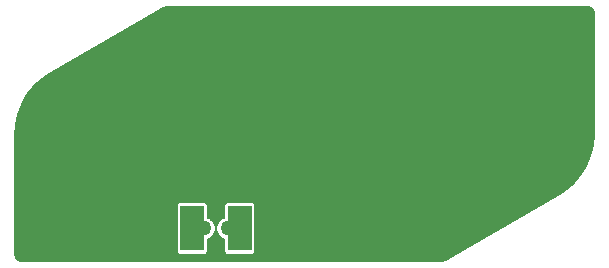
<source format=gbl>
G04 #@! TF.GenerationSoftware,KiCad,Pcbnew,(5.1.4)-1*
G04 #@! TF.CreationDate,2020-09-24T22:44:40-04:00*
G04 #@! TF.ProjectId,Headlight Right,48656164-6c69-4676-9874-205269676874,rev?*
G04 #@! TF.SameCoordinates,Original*
G04 #@! TF.FileFunction,Copper,L2,Bot*
G04 #@! TF.FilePolarity,Positive*
%FSLAX46Y46*%
G04 Gerber Fmt 4.6, Leading zero omitted, Abs format (unit mm)*
G04 Created by KiCad (PCBNEW (5.1.4)-1) date 2020-09-24 22:44:40*
%MOMM*%
%LPD*%
G04 APERTURE LIST*
%ADD10C,0.800000*%
%ADD11C,6.400000*%
%ADD12R,2.000000X3.800000*%
%ADD13C,1.270000*%
%ADD14C,0.152400*%
G04 APERTURE END LIST*
D10*
X138697056Y-98302944D03*
X137000000Y-97600000D03*
X135302944Y-98302944D03*
X134600000Y-100000000D03*
X135302944Y-101697056D03*
X137000000Y-102400000D03*
X138697056Y-101697056D03*
X139400000Y-100000000D03*
D11*
X137000000Y-100000000D03*
D10*
X101697056Y-98302944D03*
X100000000Y-97600000D03*
X98302944Y-98302944D03*
X97600000Y-100000000D03*
X98302944Y-101697056D03*
X100000000Y-102400000D03*
X101697056Y-101697056D03*
X102400000Y-100000000D03*
D11*
X100000000Y-100000000D03*
D12*
X109000000Y-108000000D03*
X113000000Y-108000000D03*
D13*
X108500000Y-99500000D03*
X112500000Y-100500000D03*
X124500000Y-99500000D03*
X128500000Y-100500000D03*
X126500000Y-100000000D03*
X110500000Y-100000000D03*
X126000000Y-102000000D03*
X127000000Y-98000000D03*
X110000000Y-102000000D03*
X111000000Y-98000000D03*
X116000000Y-92000000D03*
X118000000Y-92000000D03*
X120000000Y-92000000D03*
X122000000Y-92000000D03*
X124000000Y-92000000D03*
X126000000Y-92000000D03*
X125000000Y-94000000D03*
X123000000Y-94000000D03*
X121000000Y-94000000D03*
X119000000Y-94000000D03*
X117000000Y-94000000D03*
X116000000Y-96000000D03*
X118000000Y-96000000D03*
X120000000Y-96000000D03*
X122000000Y-96000000D03*
X124000000Y-96000000D03*
X121000000Y-98000000D03*
X119000000Y-98000000D03*
X117000000Y-98000000D03*
X115000000Y-98000000D03*
X116000000Y-100000000D03*
X118000000Y-100000000D03*
X120000000Y-100000000D03*
X122000000Y-100000000D03*
X121000000Y-102000000D03*
X119000000Y-102000000D03*
X117000000Y-102000000D03*
X115000000Y-102000000D03*
X114000000Y-104000000D03*
X116000000Y-104000000D03*
X118000000Y-104000000D03*
X120000000Y-104000000D03*
X122000000Y-104000000D03*
X121000000Y-106000000D03*
X119000000Y-106000000D03*
X117000000Y-106000000D03*
X115000000Y-106000000D03*
X116000000Y-108000000D03*
X118000000Y-108000000D03*
X120000000Y-108000000D03*
X110000000Y-92000000D03*
X109000000Y-94000000D03*
X108000000Y-92000000D03*
X107000000Y-94000000D03*
X106000000Y-92000000D03*
X105000000Y-94000000D03*
X106000000Y-96000000D03*
X108000000Y-96000000D03*
X107000000Y-98000000D03*
X105000000Y-98000000D03*
X106000000Y-100000000D03*
X105000000Y-102000000D03*
X107000000Y-102000000D03*
X106000000Y-104000000D03*
X105000000Y-106000000D03*
X106000000Y-108000000D03*
X132000000Y-92000000D03*
X134000000Y-92000000D03*
X133000000Y-94000000D03*
X135000000Y-94000000D03*
X136000000Y-92000000D03*
X134000000Y-96000000D03*
X136000000Y-96000000D03*
X132000000Y-96000000D03*
X131000000Y-98000000D03*
X133000000Y-98000000D03*
X132000000Y-100000000D03*
X133000000Y-102000000D03*
X131000000Y-102000000D03*
X132000000Y-104000000D03*
X130000000Y-104000000D03*
X134000000Y-104000000D03*
X128000000Y-104000000D03*
X129000000Y-106000000D03*
X131000000Y-106000000D03*
X133000000Y-106000000D03*
X132000000Y-108000000D03*
X130000000Y-108000000D03*
X128000000Y-108000000D03*
X104000000Y-104000000D03*
X104000000Y-108000000D03*
X103000000Y-106000000D03*
X112000000Y-108000000D03*
X110000000Y-108000000D03*
D14*
G36*
X142592613Y-89282278D02*
G01*
X142681695Y-89309173D01*
X142763856Y-89352859D01*
X142835974Y-89411677D01*
X142895289Y-89483376D01*
X142939546Y-89565228D01*
X142967065Y-89654130D01*
X142979301Y-89770542D01*
X142979300Y-99979539D01*
X142904094Y-100935118D01*
X142685120Y-101847208D01*
X142326161Y-102713812D01*
X141836051Y-103513599D01*
X141226868Y-104226863D01*
X140508390Y-104840501D01*
X139977826Y-105185052D01*
X130740239Y-110518376D01*
X130454452Y-110648015D01*
X130165816Y-110715713D01*
X129961260Y-110729300D01*
X94525467Y-110729300D01*
X94407387Y-110717722D01*
X94318306Y-110690827D01*
X94236143Y-110647141D01*
X94164026Y-110588323D01*
X94104711Y-110516624D01*
X94060455Y-110434773D01*
X94032935Y-110345870D01*
X94020700Y-110229466D01*
X94020700Y-106100000D01*
X107668203Y-106100000D01*
X107668203Y-109900000D01*
X107674578Y-109964730D01*
X107693460Y-110026973D01*
X107724121Y-110084337D01*
X107765384Y-110134616D01*
X107815663Y-110175879D01*
X107873027Y-110206540D01*
X107935270Y-110225422D01*
X108000000Y-110231797D01*
X110000000Y-110231797D01*
X110064730Y-110225422D01*
X110126973Y-110206540D01*
X110184337Y-110175879D01*
X110234616Y-110134616D01*
X110275879Y-110084337D01*
X110306540Y-110026973D01*
X110325422Y-109964730D01*
X110331797Y-109900000D01*
X110331797Y-108907290D01*
X110457194Y-108855349D01*
X110615279Y-108749720D01*
X110749720Y-108615279D01*
X110855349Y-108457194D01*
X110928108Y-108281538D01*
X110965200Y-108095064D01*
X110965200Y-107904936D01*
X111034800Y-107904936D01*
X111034800Y-108095064D01*
X111071892Y-108281538D01*
X111144651Y-108457194D01*
X111250280Y-108615279D01*
X111384721Y-108749720D01*
X111542806Y-108855349D01*
X111668203Y-108907290D01*
X111668203Y-109900000D01*
X111674578Y-109964730D01*
X111693460Y-110026973D01*
X111724121Y-110084337D01*
X111765384Y-110134616D01*
X111815663Y-110175879D01*
X111873027Y-110206540D01*
X111935270Y-110225422D01*
X112000000Y-110231797D01*
X114000000Y-110231797D01*
X114064730Y-110225422D01*
X114126973Y-110206540D01*
X114184337Y-110175879D01*
X114234616Y-110134616D01*
X114275879Y-110084337D01*
X114306540Y-110026973D01*
X114325422Y-109964730D01*
X114331797Y-109900000D01*
X114331797Y-106100000D01*
X114325422Y-106035270D01*
X114306540Y-105973027D01*
X114275879Y-105915663D01*
X114234616Y-105865384D01*
X114184337Y-105824121D01*
X114126973Y-105793460D01*
X114064730Y-105774578D01*
X114000000Y-105768203D01*
X112000000Y-105768203D01*
X111935270Y-105774578D01*
X111873027Y-105793460D01*
X111815663Y-105824121D01*
X111765384Y-105865384D01*
X111724121Y-105915663D01*
X111693460Y-105973027D01*
X111674578Y-106035270D01*
X111668203Y-106100000D01*
X111668203Y-107092710D01*
X111542806Y-107144651D01*
X111384721Y-107250280D01*
X111250280Y-107384721D01*
X111144651Y-107542806D01*
X111071892Y-107718462D01*
X111034800Y-107904936D01*
X110965200Y-107904936D01*
X110928108Y-107718462D01*
X110855349Y-107542806D01*
X110749720Y-107384721D01*
X110615279Y-107250280D01*
X110457194Y-107144651D01*
X110331797Y-107092710D01*
X110331797Y-106100000D01*
X110325422Y-106035270D01*
X110306540Y-105973027D01*
X110275879Y-105915663D01*
X110234616Y-105865384D01*
X110184337Y-105824121D01*
X110126973Y-105793460D01*
X110064730Y-105774578D01*
X110000000Y-105768203D01*
X108000000Y-105768203D01*
X107935270Y-105774578D01*
X107873027Y-105793460D01*
X107815663Y-105824121D01*
X107765384Y-105865384D01*
X107724121Y-105915663D01*
X107693460Y-105973027D01*
X107674578Y-106035270D01*
X107668203Y-106100000D01*
X94020700Y-106100000D01*
X94020700Y-103028457D01*
X99829466Y-103028457D01*
X99874950Y-103122998D01*
X100018402Y-103133502D01*
X100125050Y-103122998D01*
X100170534Y-103028457D01*
X136829466Y-103028457D01*
X136874950Y-103122998D01*
X137018402Y-103133502D01*
X137125050Y-103122998D01*
X137170534Y-103028457D01*
X137000000Y-102857922D01*
X136829466Y-103028457D01*
X100170534Y-103028457D01*
X100000000Y-102857922D01*
X99829466Y-103028457D01*
X94020700Y-103028457D01*
X94020700Y-102325513D01*
X98132410Y-102325513D01*
X98177894Y-102420054D01*
X98321346Y-102430558D01*
X98427994Y-102420054D01*
X98428788Y-102418402D01*
X99266498Y-102418402D01*
X99277002Y-102525050D01*
X99371543Y-102570534D01*
X99542078Y-102400000D01*
X100457922Y-102400000D01*
X100628457Y-102570534D01*
X100722998Y-102525050D01*
X100733502Y-102381598D01*
X100727979Y-102325513D01*
X101526522Y-102325513D01*
X101572006Y-102420054D01*
X101715458Y-102430558D01*
X101822106Y-102420054D01*
X101867590Y-102325513D01*
X135132410Y-102325513D01*
X135177894Y-102420054D01*
X135321346Y-102430558D01*
X135427994Y-102420054D01*
X135428788Y-102418402D01*
X136266498Y-102418402D01*
X136277002Y-102525050D01*
X136371543Y-102570534D01*
X136542078Y-102400000D01*
X137457922Y-102400000D01*
X137628457Y-102570534D01*
X137722998Y-102525050D01*
X137733502Y-102381598D01*
X137727979Y-102325513D01*
X138526522Y-102325513D01*
X138572006Y-102420054D01*
X138715458Y-102430558D01*
X138822106Y-102420054D01*
X138867590Y-102325513D01*
X138697056Y-102154978D01*
X138526522Y-102325513D01*
X137727979Y-102325513D01*
X137722998Y-102274950D01*
X137628457Y-102229466D01*
X137457922Y-102400000D01*
X136542078Y-102400000D01*
X136371543Y-102229466D01*
X136277002Y-102274950D01*
X136266498Y-102418402D01*
X135428788Y-102418402D01*
X135473478Y-102325513D01*
X135302944Y-102154978D01*
X135132410Y-102325513D01*
X101867590Y-102325513D01*
X101697056Y-102154978D01*
X101526522Y-102325513D01*
X100727979Y-102325513D01*
X100722998Y-102274950D01*
X100628457Y-102229466D01*
X100457922Y-102400000D01*
X99542078Y-102400000D01*
X99371543Y-102229466D01*
X99277002Y-102274950D01*
X99266498Y-102418402D01*
X98428788Y-102418402D01*
X98473478Y-102325513D01*
X98302944Y-102154978D01*
X98132410Y-102325513D01*
X94020700Y-102325513D01*
X94020700Y-101715458D01*
X97569442Y-101715458D01*
X97579946Y-101822106D01*
X97674487Y-101867590D01*
X97845022Y-101697056D01*
X98760866Y-101697056D01*
X98931401Y-101867590D01*
X99025942Y-101822106D01*
X99029644Y-101771543D01*
X99829466Y-101771543D01*
X100000000Y-101942078D01*
X100170534Y-101771543D01*
X100143552Y-101715458D01*
X100963554Y-101715458D01*
X100974058Y-101822106D01*
X101068599Y-101867590D01*
X101239134Y-101697056D01*
X102154978Y-101697056D01*
X102325513Y-101867590D01*
X102420054Y-101822106D01*
X102427863Y-101715458D01*
X134569442Y-101715458D01*
X134579946Y-101822106D01*
X134674487Y-101867590D01*
X134845022Y-101697056D01*
X135760866Y-101697056D01*
X135931401Y-101867590D01*
X136025942Y-101822106D01*
X136029644Y-101771543D01*
X136829466Y-101771543D01*
X137000000Y-101942078D01*
X137170534Y-101771543D01*
X137143552Y-101715458D01*
X137963554Y-101715458D01*
X137974058Y-101822106D01*
X138068599Y-101867590D01*
X138239134Y-101697056D01*
X139154978Y-101697056D01*
X139325513Y-101867590D01*
X139420054Y-101822106D01*
X139430558Y-101678654D01*
X139420054Y-101572006D01*
X139325513Y-101526522D01*
X139154978Y-101697056D01*
X138239134Y-101697056D01*
X138068599Y-101526522D01*
X137974058Y-101572006D01*
X137963554Y-101715458D01*
X137143552Y-101715458D01*
X137125050Y-101677002D01*
X136981598Y-101666498D01*
X136874950Y-101677002D01*
X136829466Y-101771543D01*
X136029644Y-101771543D01*
X136036446Y-101678654D01*
X136025942Y-101572006D01*
X135931401Y-101526522D01*
X135760866Y-101697056D01*
X134845022Y-101697056D01*
X134674487Y-101526522D01*
X134579946Y-101572006D01*
X134569442Y-101715458D01*
X102427863Y-101715458D01*
X102430558Y-101678654D01*
X102420054Y-101572006D01*
X102325513Y-101526522D01*
X102154978Y-101697056D01*
X101239134Y-101697056D01*
X101068599Y-101526522D01*
X100974058Y-101572006D01*
X100963554Y-101715458D01*
X100143552Y-101715458D01*
X100125050Y-101677002D01*
X99981598Y-101666498D01*
X99874950Y-101677002D01*
X99829466Y-101771543D01*
X99029644Y-101771543D01*
X99036446Y-101678654D01*
X99025942Y-101572006D01*
X98931401Y-101526522D01*
X98760866Y-101697056D01*
X97845022Y-101697056D01*
X97674487Y-101526522D01*
X97579946Y-101572006D01*
X97569442Y-101715458D01*
X94020700Y-101715458D01*
X94020700Y-101068599D01*
X98132410Y-101068599D01*
X98302944Y-101239134D01*
X98473478Y-101068599D01*
X101526522Y-101068599D01*
X101697056Y-101239134D01*
X101867590Y-101068599D01*
X135132410Y-101068599D01*
X135302944Y-101239134D01*
X135473478Y-101068599D01*
X138526522Y-101068599D01*
X138697056Y-101239134D01*
X138867590Y-101068599D01*
X138822106Y-100974058D01*
X138678654Y-100963554D01*
X138572006Y-100974058D01*
X138526522Y-101068599D01*
X135473478Y-101068599D01*
X135427994Y-100974058D01*
X135284542Y-100963554D01*
X135177894Y-100974058D01*
X135132410Y-101068599D01*
X101867590Y-101068599D01*
X101822106Y-100974058D01*
X101678654Y-100963554D01*
X101572006Y-100974058D01*
X101526522Y-101068599D01*
X98473478Y-101068599D01*
X98427994Y-100974058D01*
X98284542Y-100963554D01*
X98177894Y-100974058D01*
X98132410Y-101068599D01*
X94020700Y-101068599D01*
X94020700Y-100628457D01*
X97429466Y-100628457D01*
X97474950Y-100722998D01*
X97618402Y-100733502D01*
X97725050Y-100722998D01*
X97770534Y-100628457D01*
X102229466Y-100628457D01*
X102274950Y-100722998D01*
X102418402Y-100733502D01*
X102525050Y-100722998D01*
X102570534Y-100628457D01*
X134429466Y-100628457D01*
X134474950Y-100722998D01*
X134618402Y-100733502D01*
X134725050Y-100722998D01*
X134770534Y-100628457D01*
X139229466Y-100628457D01*
X139274950Y-100722998D01*
X139418402Y-100733502D01*
X139525050Y-100722998D01*
X139570534Y-100628457D01*
X139400000Y-100457922D01*
X139229466Y-100628457D01*
X134770534Y-100628457D01*
X134600000Y-100457922D01*
X134429466Y-100628457D01*
X102570534Y-100628457D01*
X102400000Y-100457922D01*
X102229466Y-100628457D01*
X97770534Y-100628457D01*
X97600000Y-100457922D01*
X97429466Y-100628457D01*
X94020700Y-100628457D01*
X94020700Y-100020461D01*
X94020862Y-100018402D01*
X96866498Y-100018402D01*
X96877002Y-100125050D01*
X96971543Y-100170534D01*
X97142078Y-100000000D01*
X98057922Y-100000000D01*
X98228457Y-100170534D01*
X98322998Y-100125050D01*
X98330807Y-100018402D01*
X101666498Y-100018402D01*
X101677002Y-100125050D01*
X101771543Y-100170534D01*
X101942078Y-100000000D01*
X102857922Y-100000000D01*
X103028457Y-100170534D01*
X103122998Y-100125050D01*
X103130807Y-100018402D01*
X133866498Y-100018402D01*
X133877002Y-100125050D01*
X133971543Y-100170534D01*
X134142078Y-100000000D01*
X135057922Y-100000000D01*
X135228457Y-100170534D01*
X135322998Y-100125050D01*
X135330807Y-100018402D01*
X138666498Y-100018402D01*
X138677002Y-100125050D01*
X138771543Y-100170534D01*
X138942078Y-100000000D01*
X139857922Y-100000000D01*
X140028457Y-100170534D01*
X140122998Y-100125050D01*
X140133502Y-99981598D01*
X140122998Y-99874950D01*
X140028457Y-99829466D01*
X139857922Y-100000000D01*
X138942078Y-100000000D01*
X138771543Y-99829466D01*
X138677002Y-99874950D01*
X138666498Y-100018402D01*
X135330807Y-100018402D01*
X135333502Y-99981598D01*
X135322998Y-99874950D01*
X135228457Y-99829466D01*
X135057922Y-100000000D01*
X134142078Y-100000000D01*
X133971543Y-99829466D01*
X133877002Y-99874950D01*
X133866498Y-100018402D01*
X103130807Y-100018402D01*
X103133502Y-99981598D01*
X103122998Y-99874950D01*
X103028457Y-99829466D01*
X102857922Y-100000000D01*
X101942078Y-100000000D01*
X101771543Y-99829466D01*
X101677002Y-99874950D01*
X101666498Y-100018402D01*
X98330807Y-100018402D01*
X98333502Y-99981598D01*
X98322998Y-99874950D01*
X98228457Y-99829466D01*
X98057922Y-100000000D01*
X97142078Y-100000000D01*
X96971543Y-99829466D01*
X96877002Y-99874950D01*
X96866498Y-100018402D01*
X94020862Y-100018402D01*
X94071771Y-99371543D01*
X97429466Y-99371543D01*
X97600000Y-99542078D01*
X97770534Y-99371543D01*
X102229466Y-99371543D01*
X102400000Y-99542078D01*
X102570534Y-99371543D01*
X134429466Y-99371543D01*
X134600000Y-99542078D01*
X134770534Y-99371543D01*
X139229466Y-99371543D01*
X139400000Y-99542078D01*
X139570534Y-99371543D01*
X139525050Y-99277002D01*
X139381598Y-99266498D01*
X139274950Y-99277002D01*
X139229466Y-99371543D01*
X134770534Y-99371543D01*
X134725050Y-99277002D01*
X134581598Y-99266498D01*
X134474950Y-99277002D01*
X134429466Y-99371543D01*
X102570534Y-99371543D01*
X102525050Y-99277002D01*
X102381598Y-99266498D01*
X102274950Y-99277002D01*
X102229466Y-99371543D01*
X97770534Y-99371543D01*
X97725050Y-99277002D01*
X97581598Y-99266498D01*
X97474950Y-99277002D01*
X97429466Y-99371543D01*
X94071771Y-99371543D01*
X94095906Y-99064882D01*
X94127951Y-98931401D01*
X98132410Y-98931401D01*
X98177894Y-99025942D01*
X98321346Y-99036446D01*
X98427994Y-99025942D01*
X98473478Y-98931401D01*
X101526522Y-98931401D01*
X101572006Y-99025942D01*
X101715458Y-99036446D01*
X101822106Y-99025942D01*
X101867590Y-98931401D01*
X135132410Y-98931401D01*
X135177894Y-99025942D01*
X135321346Y-99036446D01*
X135427994Y-99025942D01*
X135473478Y-98931401D01*
X138526522Y-98931401D01*
X138572006Y-99025942D01*
X138715458Y-99036446D01*
X138822106Y-99025942D01*
X138867590Y-98931401D01*
X138697056Y-98760866D01*
X138526522Y-98931401D01*
X135473478Y-98931401D01*
X135302944Y-98760866D01*
X135132410Y-98931401D01*
X101867590Y-98931401D01*
X101697056Y-98760866D01*
X101526522Y-98931401D01*
X98473478Y-98931401D01*
X98302944Y-98760866D01*
X98132410Y-98931401D01*
X94127951Y-98931401D01*
X94274413Y-98321346D01*
X97569442Y-98321346D01*
X97579946Y-98427994D01*
X97674487Y-98473478D01*
X97845022Y-98302944D01*
X98760866Y-98302944D01*
X98931401Y-98473478D01*
X99025942Y-98427994D01*
X99036446Y-98284542D01*
X99030923Y-98228457D01*
X99829466Y-98228457D01*
X99874950Y-98322998D01*
X100018402Y-98333502D01*
X100125050Y-98322998D01*
X100125844Y-98321346D01*
X100963554Y-98321346D01*
X100974058Y-98427994D01*
X101068599Y-98473478D01*
X101239134Y-98302944D01*
X102154978Y-98302944D01*
X102325513Y-98473478D01*
X102420054Y-98427994D01*
X102427863Y-98321346D01*
X134569442Y-98321346D01*
X134579946Y-98427994D01*
X134674487Y-98473478D01*
X134845022Y-98302944D01*
X135760866Y-98302944D01*
X135931401Y-98473478D01*
X136025942Y-98427994D01*
X136036446Y-98284542D01*
X136030923Y-98228457D01*
X136829466Y-98228457D01*
X136874950Y-98322998D01*
X137018402Y-98333502D01*
X137125050Y-98322998D01*
X137125844Y-98321346D01*
X137963554Y-98321346D01*
X137974058Y-98427994D01*
X138068599Y-98473478D01*
X138239134Y-98302944D01*
X139154978Y-98302944D01*
X139325513Y-98473478D01*
X139420054Y-98427994D01*
X139430558Y-98284542D01*
X139420054Y-98177894D01*
X139325513Y-98132410D01*
X139154978Y-98302944D01*
X138239134Y-98302944D01*
X138068599Y-98132410D01*
X137974058Y-98177894D01*
X137963554Y-98321346D01*
X137125844Y-98321346D01*
X137170534Y-98228457D01*
X137000000Y-98057922D01*
X136829466Y-98228457D01*
X136030923Y-98228457D01*
X136025942Y-98177894D01*
X135931401Y-98132410D01*
X135760866Y-98302944D01*
X134845022Y-98302944D01*
X134674487Y-98132410D01*
X134579946Y-98177894D01*
X134569442Y-98321346D01*
X102427863Y-98321346D01*
X102430558Y-98284542D01*
X102420054Y-98177894D01*
X102325513Y-98132410D01*
X102154978Y-98302944D01*
X101239134Y-98302944D01*
X101068599Y-98132410D01*
X100974058Y-98177894D01*
X100963554Y-98321346D01*
X100125844Y-98321346D01*
X100170534Y-98228457D01*
X100000000Y-98057922D01*
X99829466Y-98228457D01*
X99030923Y-98228457D01*
X99025942Y-98177894D01*
X98931401Y-98132410D01*
X98760866Y-98302944D01*
X97845022Y-98302944D01*
X97674487Y-98132410D01*
X97579946Y-98177894D01*
X97569442Y-98321346D01*
X94274413Y-98321346D01*
X94314880Y-98152792D01*
X94513000Y-97674487D01*
X98132410Y-97674487D01*
X98302944Y-97845022D01*
X98473478Y-97674487D01*
X98446496Y-97618402D01*
X99266498Y-97618402D01*
X99277002Y-97725050D01*
X99371543Y-97770534D01*
X99542078Y-97600000D01*
X100457922Y-97600000D01*
X100628457Y-97770534D01*
X100722998Y-97725050D01*
X100726700Y-97674487D01*
X101526522Y-97674487D01*
X101697056Y-97845022D01*
X101867590Y-97674487D01*
X135132410Y-97674487D01*
X135302944Y-97845022D01*
X135473478Y-97674487D01*
X135446496Y-97618402D01*
X136266498Y-97618402D01*
X136277002Y-97725050D01*
X136371543Y-97770534D01*
X136542078Y-97600000D01*
X137457922Y-97600000D01*
X137628457Y-97770534D01*
X137722998Y-97725050D01*
X137726700Y-97674487D01*
X138526522Y-97674487D01*
X138697056Y-97845022D01*
X138867590Y-97674487D01*
X138822106Y-97579946D01*
X138678654Y-97569442D01*
X138572006Y-97579946D01*
X138526522Y-97674487D01*
X137726700Y-97674487D01*
X137733502Y-97581598D01*
X137722998Y-97474950D01*
X137628457Y-97429466D01*
X137457922Y-97600000D01*
X136542078Y-97600000D01*
X136371543Y-97429466D01*
X136277002Y-97474950D01*
X136266498Y-97618402D01*
X135446496Y-97618402D01*
X135427994Y-97579946D01*
X135284542Y-97569442D01*
X135177894Y-97579946D01*
X135132410Y-97674487D01*
X101867590Y-97674487D01*
X101822106Y-97579946D01*
X101678654Y-97569442D01*
X101572006Y-97579946D01*
X101526522Y-97674487D01*
X100726700Y-97674487D01*
X100733502Y-97581598D01*
X100722998Y-97474950D01*
X100628457Y-97429466D01*
X100457922Y-97600000D01*
X99542078Y-97600000D01*
X99371543Y-97429466D01*
X99277002Y-97474950D01*
X99266498Y-97618402D01*
X98446496Y-97618402D01*
X98427994Y-97579946D01*
X98284542Y-97569442D01*
X98177894Y-97579946D01*
X98132410Y-97674487D01*
X94513000Y-97674487D01*
X94673840Y-97286186D01*
X94866653Y-96971543D01*
X99829466Y-96971543D01*
X100000000Y-97142078D01*
X100170534Y-96971543D01*
X136829466Y-96971543D01*
X137000000Y-97142078D01*
X137170534Y-96971543D01*
X137125050Y-96877002D01*
X136981598Y-96866498D01*
X136874950Y-96877002D01*
X136829466Y-96971543D01*
X100170534Y-96971543D01*
X100125050Y-96877002D01*
X99981598Y-96866498D01*
X99874950Y-96877002D01*
X99829466Y-96971543D01*
X94866653Y-96971543D01*
X95163951Y-96486397D01*
X95773137Y-95773132D01*
X96491610Y-95159500D01*
X97022173Y-94814947D01*
X106259769Y-89481620D01*
X106545547Y-89351985D01*
X106834185Y-89284287D01*
X107038740Y-89270700D01*
X142474532Y-89270700D01*
X142592613Y-89282278D01*
X142592613Y-89282278D01*
G37*
X142592613Y-89282278D02*
X142681695Y-89309173D01*
X142763856Y-89352859D01*
X142835974Y-89411677D01*
X142895289Y-89483376D01*
X142939546Y-89565228D01*
X142967065Y-89654130D01*
X142979301Y-89770542D01*
X142979300Y-99979539D01*
X142904094Y-100935118D01*
X142685120Y-101847208D01*
X142326161Y-102713812D01*
X141836051Y-103513599D01*
X141226868Y-104226863D01*
X140508390Y-104840501D01*
X139977826Y-105185052D01*
X130740239Y-110518376D01*
X130454452Y-110648015D01*
X130165816Y-110715713D01*
X129961260Y-110729300D01*
X94525467Y-110729300D01*
X94407387Y-110717722D01*
X94318306Y-110690827D01*
X94236143Y-110647141D01*
X94164026Y-110588323D01*
X94104711Y-110516624D01*
X94060455Y-110434773D01*
X94032935Y-110345870D01*
X94020700Y-110229466D01*
X94020700Y-106100000D01*
X107668203Y-106100000D01*
X107668203Y-109900000D01*
X107674578Y-109964730D01*
X107693460Y-110026973D01*
X107724121Y-110084337D01*
X107765384Y-110134616D01*
X107815663Y-110175879D01*
X107873027Y-110206540D01*
X107935270Y-110225422D01*
X108000000Y-110231797D01*
X110000000Y-110231797D01*
X110064730Y-110225422D01*
X110126973Y-110206540D01*
X110184337Y-110175879D01*
X110234616Y-110134616D01*
X110275879Y-110084337D01*
X110306540Y-110026973D01*
X110325422Y-109964730D01*
X110331797Y-109900000D01*
X110331797Y-108907290D01*
X110457194Y-108855349D01*
X110615279Y-108749720D01*
X110749720Y-108615279D01*
X110855349Y-108457194D01*
X110928108Y-108281538D01*
X110965200Y-108095064D01*
X110965200Y-107904936D01*
X111034800Y-107904936D01*
X111034800Y-108095064D01*
X111071892Y-108281538D01*
X111144651Y-108457194D01*
X111250280Y-108615279D01*
X111384721Y-108749720D01*
X111542806Y-108855349D01*
X111668203Y-108907290D01*
X111668203Y-109900000D01*
X111674578Y-109964730D01*
X111693460Y-110026973D01*
X111724121Y-110084337D01*
X111765384Y-110134616D01*
X111815663Y-110175879D01*
X111873027Y-110206540D01*
X111935270Y-110225422D01*
X112000000Y-110231797D01*
X114000000Y-110231797D01*
X114064730Y-110225422D01*
X114126973Y-110206540D01*
X114184337Y-110175879D01*
X114234616Y-110134616D01*
X114275879Y-110084337D01*
X114306540Y-110026973D01*
X114325422Y-109964730D01*
X114331797Y-109900000D01*
X114331797Y-106100000D01*
X114325422Y-106035270D01*
X114306540Y-105973027D01*
X114275879Y-105915663D01*
X114234616Y-105865384D01*
X114184337Y-105824121D01*
X114126973Y-105793460D01*
X114064730Y-105774578D01*
X114000000Y-105768203D01*
X112000000Y-105768203D01*
X111935270Y-105774578D01*
X111873027Y-105793460D01*
X111815663Y-105824121D01*
X111765384Y-105865384D01*
X111724121Y-105915663D01*
X111693460Y-105973027D01*
X111674578Y-106035270D01*
X111668203Y-106100000D01*
X111668203Y-107092710D01*
X111542806Y-107144651D01*
X111384721Y-107250280D01*
X111250280Y-107384721D01*
X111144651Y-107542806D01*
X111071892Y-107718462D01*
X111034800Y-107904936D01*
X110965200Y-107904936D01*
X110928108Y-107718462D01*
X110855349Y-107542806D01*
X110749720Y-107384721D01*
X110615279Y-107250280D01*
X110457194Y-107144651D01*
X110331797Y-107092710D01*
X110331797Y-106100000D01*
X110325422Y-106035270D01*
X110306540Y-105973027D01*
X110275879Y-105915663D01*
X110234616Y-105865384D01*
X110184337Y-105824121D01*
X110126973Y-105793460D01*
X110064730Y-105774578D01*
X110000000Y-105768203D01*
X108000000Y-105768203D01*
X107935270Y-105774578D01*
X107873027Y-105793460D01*
X107815663Y-105824121D01*
X107765384Y-105865384D01*
X107724121Y-105915663D01*
X107693460Y-105973027D01*
X107674578Y-106035270D01*
X107668203Y-106100000D01*
X94020700Y-106100000D01*
X94020700Y-103028457D01*
X99829466Y-103028457D01*
X99874950Y-103122998D01*
X100018402Y-103133502D01*
X100125050Y-103122998D01*
X100170534Y-103028457D01*
X136829466Y-103028457D01*
X136874950Y-103122998D01*
X137018402Y-103133502D01*
X137125050Y-103122998D01*
X137170534Y-103028457D01*
X137000000Y-102857922D01*
X136829466Y-103028457D01*
X100170534Y-103028457D01*
X100000000Y-102857922D01*
X99829466Y-103028457D01*
X94020700Y-103028457D01*
X94020700Y-102325513D01*
X98132410Y-102325513D01*
X98177894Y-102420054D01*
X98321346Y-102430558D01*
X98427994Y-102420054D01*
X98428788Y-102418402D01*
X99266498Y-102418402D01*
X99277002Y-102525050D01*
X99371543Y-102570534D01*
X99542078Y-102400000D01*
X100457922Y-102400000D01*
X100628457Y-102570534D01*
X100722998Y-102525050D01*
X100733502Y-102381598D01*
X100727979Y-102325513D01*
X101526522Y-102325513D01*
X101572006Y-102420054D01*
X101715458Y-102430558D01*
X101822106Y-102420054D01*
X101867590Y-102325513D01*
X135132410Y-102325513D01*
X135177894Y-102420054D01*
X135321346Y-102430558D01*
X135427994Y-102420054D01*
X135428788Y-102418402D01*
X136266498Y-102418402D01*
X136277002Y-102525050D01*
X136371543Y-102570534D01*
X136542078Y-102400000D01*
X137457922Y-102400000D01*
X137628457Y-102570534D01*
X137722998Y-102525050D01*
X137733502Y-102381598D01*
X137727979Y-102325513D01*
X138526522Y-102325513D01*
X138572006Y-102420054D01*
X138715458Y-102430558D01*
X138822106Y-102420054D01*
X138867590Y-102325513D01*
X138697056Y-102154978D01*
X138526522Y-102325513D01*
X137727979Y-102325513D01*
X137722998Y-102274950D01*
X137628457Y-102229466D01*
X137457922Y-102400000D01*
X136542078Y-102400000D01*
X136371543Y-102229466D01*
X136277002Y-102274950D01*
X136266498Y-102418402D01*
X135428788Y-102418402D01*
X135473478Y-102325513D01*
X135302944Y-102154978D01*
X135132410Y-102325513D01*
X101867590Y-102325513D01*
X101697056Y-102154978D01*
X101526522Y-102325513D01*
X100727979Y-102325513D01*
X100722998Y-102274950D01*
X100628457Y-102229466D01*
X100457922Y-102400000D01*
X99542078Y-102400000D01*
X99371543Y-102229466D01*
X99277002Y-102274950D01*
X99266498Y-102418402D01*
X98428788Y-102418402D01*
X98473478Y-102325513D01*
X98302944Y-102154978D01*
X98132410Y-102325513D01*
X94020700Y-102325513D01*
X94020700Y-101715458D01*
X97569442Y-101715458D01*
X97579946Y-101822106D01*
X97674487Y-101867590D01*
X97845022Y-101697056D01*
X98760866Y-101697056D01*
X98931401Y-101867590D01*
X99025942Y-101822106D01*
X99029644Y-101771543D01*
X99829466Y-101771543D01*
X100000000Y-101942078D01*
X100170534Y-101771543D01*
X100143552Y-101715458D01*
X100963554Y-101715458D01*
X100974058Y-101822106D01*
X101068599Y-101867590D01*
X101239134Y-101697056D01*
X102154978Y-101697056D01*
X102325513Y-101867590D01*
X102420054Y-101822106D01*
X102427863Y-101715458D01*
X134569442Y-101715458D01*
X134579946Y-101822106D01*
X134674487Y-101867590D01*
X134845022Y-101697056D01*
X135760866Y-101697056D01*
X135931401Y-101867590D01*
X136025942Y-101822106D01*
X136029644Y-101771543D01*
X136829466Y-101771543D01*
X137000000Y-101942078D01*
X137170534Y-101771543D01*
X137143552Y-101715458D01*
X137963554Y-101715458D01*
X137974058Y-101822106D01*
X138068599Y-101867590D01*
X138239134Y-101697056D01*
X139154978Y-101697056D01*
X139325513Y-101867590D01*
X139420054Y-101822106D01*
X139430558Y-101678654D01*
X139420054Y-101572006D01*
X139325513Y-101526522D01*
X139154978Y-101697056D01*
X138239134Y-101697056D01*
X138068599Y-101526522D01*
X137974058Y-101572006D01*
X137963554Y-101715458D01*
X137143552Y-101715458D01*
X137125050Y-101677002D01*
X136981598Y-101666498D01*
X136874950Y-101677002D01*
X136829466Y-101771543D01*
X136029644Y-101771543D01*
X136036446Y-101678654D01*
X136025942Y-101572006D01*
X135931401Y-101526522D01*
X135760866Y-101697056D01*
X134845022Y-101697056D01*
X134674487Y-101526522D01*
X134579946Y-101572006D01*
X134569442Y-101715458D01*
X102427863Y-101715458D01*
X102430558Y-101678654D01*
X102420054Y-101572006D01*
X102325513Y-101526522D01*
X102154978Y-101697056D01*
X101239134Y-101697056D01*
X101068599Y-101526522D01*
X100974058Y-101572006D01*
X100963554Y-101715458D01*
X100143552Y-101715458D01*
X100125050Y-101677002D01*
X99981598Y-101666498D01*
X99874950Y-101677002D01*
X99829466Y-101771543D01*
X99029644Y-101771543D01*
X99036446Y-101678654D01*
X99025942Y-101572006D01*
X98931401Y-101526522D01*
X98760866Y-101697056D01*
X97845022Y-101697056D01*
X97674487Y-101526522D01*
X97579946Y-101572006D01*
X97569442Y-101715458D01*
X94020700Y-101715458D01*
X94020700Y-101068599D01*
X98132410Y-101068599D01*
X98302944Y-101239134D01*
X98473478Y-101068599D01*
X101526522Y-101068599D01*
X101697056Y-101239134D01*
X101867590Y-101068599D01*
X135132410Y-101068599D01*
X135302944Y-101239134D01*
X135473478Y-101068599D01*
X138526522Y-101068599D01*
X138697056Y-101239134D01*
X138867590Y-101068599D01*
X138822106Y-100974058D01*
X138678654Y-100963554D01*
X138572006Y-100974058D01*
X138526522Y-101068599D01*
X135473478Y-101068599D01*
X135427994Y-100974058D01*
X135284542Y-100963554D01*
X135177894Y-100974058D01*
X135132410Y-101068599D01*
X101867590Y-101068599D01*
X101822106Y-100974058D01*
X101678654Y-100963554D01*
X101572006Y-100974058D01*
X101526522Y-101068599D01*
X98473478Y-101068599D01*
X98427994Y-100974058D01*
X98284542Y-100963554D01*
X98177894Y-100974058D01*
X98132410Y-101068599D01*
X94020700Y-101068599D01*
X94020700Y-100628457D01*
X97429466Y-100628457D01*
X97474950Y-100722998D01*
X97618402Y-100733502D01*
X97725050Y-100722998D01*
X97770534Y-100628457D01*
X102229466Y-100628457D01*
X102274950Y-100722998D01*
X102418402Y-100733502D01*
X102525050Y-100722998D01*
X102570534Y-100628457D01*
X134429466Y-100628457D01*
X134474950Y-100722998D01*
X134618402Y-100733502D01*
X134725050Y-100722998D01*
X134770534Y-100628457D01*
X139229466Y-100628457D01*
X139274950Y-100722998D01*
X139418402Y-100733502D01*
X139525050Y-100722998D01*
X139570534Y-100628457D01*
X139400000Y-100457922D01*
X139229466Y-100628457D01*
X134770534Y-100628457D01*
X134600000Y-100457922D01*
X134429466Y-100628457D01*
X102570534Y-100628457D01*
X102400000Y-100457922D01*
X102229466Y-100628457D01*
X97770534Y-100628457D01*
X97600000Y-100457922D01*
X97429466Y-100628457D01*
X94020700Y-100628457D01*
X94020700Y-100020461D01*
X94020862Y-100018402D01*
X96866498Y-100018402D01*
X96877002Y-100125050D01*
X96971543Y-100170534D01*
X97142078Y-100000000D01*
X98057922Y-100000000D01*
X98228457Y-100170534D01*
X98322998Y-100125050D01*
X98330807Y-100018402D01*
X101666498Y-100018402D01*
X101677002Y-100125050D01*
X101771543Y-100170534D01*
X101942078Y-100000000D01*
X102857922Y-100000000D01*
X103028457Y-100170534D01*
X103122998Y-100125050D01*
X103130807Y-100018402D01*
X133866498Y-100018402D01*
X133877002Y-100125050D01*
X133971543Y-100170534D01*
X134142078Y-100000000D01*
X135057922Y-100000000D01*
X135228457Y-100170534D01*
X135322998Y-100125050D01*
X135330807Y-100018402D01*
X138666498Y-100018402D01*
X138677002Y-100125050D01*
X138771543Y-100170534D01*
X138942078Y-100000000D01*
X139857922Y-100000000D01*
X140028457Y-100170534D01*
X140122998Y-100125050D01*
X140133502Y-99981598D01*
X140122998Y-99874950D01*
X140028457Y-99829466D01*
X139857922Y-100000000D01*
X138942078Y-100000000D01*
X138771543Y-99829466D01*
X138677002Y-99874950D01*
X138666498Y-100018402D01*
X135330807Y-100018402D01*
X135333502Y-99981598D01*
X135322998Y-99874950D01*
X135228457Y-99829466D01*
X135057922Y-100000000D01*
X134142078Y-100000000D01*
X133971543Y-99829466D01*
X133877002Y-99874950D01*
X133866498Y-100018402D01*
X103130807Y-100018402D01*
X103133502Y-99981598D01*
X103122998Y-99874950D01*
X103028457Y-99829466D01*
X102857922Y-100000000D01*
X101942078Y-100000000D01*
X101771543Y-99829466D01*
X101677002Y-99874950D01*
X101666498Y-100018402D01*
X98330807Y-100018402D01*
X98333502Y-99981598D01*
X98322998Y-99874950D01*
X98228457Y-99829466D01*
X98057922Y-100000000D01*
X97142078Y-100000000D01*
X96971543Y-99829466D01*
X96877002Y-99874950D01*
X96866498Y-100018402D01*
X94020862Y-100018402D01*
X94071771Y-99371543D01*
X97429466Y-99371543D01*
X97600000Y-99542078D01*
X97770534Y-99371543D01*
X102229466Y-99371543D01*
X102400000Y-99542078D01*
X102570534Y-99371543D01*
X134429466Y-99371543D01*
X134600000Y-99542078D01*
X134770534Y-99371543D01*
X139229466Y-99371543D01*
X139400000Y-99542078D01*
X139570534Y-99371543D01*
X139525050Y-99277002D01*
X139381598Y-99266498D01*
X139274950Y-99277002D01*
X139229466Y-99371543D01*
X134770534Y-99371543D01*
X134725050Y-99277002D01*
X134581598Y-99266498D01*
X134474950Y-99277002D01*
X134429466Y-99371543D01*
X102570534Y-99371543D01*
X102525050Y-99277002D01*
X102381598Y-99266498D01*
X102274950Y-99277002D01*
X102229466Y-99371543D01*
X97770534Y-99371543D01*
X97725050Y-99277002D01*
X97581598Y-99266498D01*
X97474950Y-99277002D01*
X97429466Y-99371543D01*
X94071771Y-99371543D01*
X94095906Y-99064882D01*
X94127951Y-98931401D01*
X98132410Y-98931401D01*
X98177894Y-99025942D01*
X98321346Y-99036446D01*
X98427994Y-99025942D01*
X98473478Y-98931401D01*
X101526522Y-98931401D01*
X101572006Y-99025942D01*
X101715458Y-99036446D01*
X101822106Y-99025942D01*
X101867590Y-98931401D01*
X135132410Y-98931401D01*
X135177894Y-99025942D01*
X135321346Y-99036446D01*
X135427994Y-99025942D01*
X135473478Y-98931401D01*
X138526522Y-98931401D01*
X138572006Y-99025942D01*
X138715458Y-99036446D01*
X138822106Y-99025942D01*
X138867590Y-98931401D01*
X138697056Y-98760866D01*
X138526522Y-98931401D01*
X135473478Y-98931401D01*
X135302944Y-98760866D01*
X135132410Y-98931401D01*
X101867590Y-98931401D01*
X101697056Y-98760866D01*
X101526522Y-98931401D01*
X98473478Y-98931401D01*
X98302944Y-98760866D01*
X98132410Y-98931401D01*
X94127951Y-98931401D01*
X94274413Y-98321346D01*
X97569442Y-98321346D01*
X97579946Y-98427994D01*
X97674487Y-98473478D01*
X97845022Y-98302944D01*
X98760866Y-98302944D01*
X98931401Y-98473478D01*
X99025942Y-98427994D01*
X99036446Y-98284542D01*
X99030923Y-98228457D01*
X99829466Y-98228457D01*
X99874950Y-98322998D01*
X100018402Y-98333502D01*
X100125050Y-98322998D01*
X100125844Y-98321346D01*
X100963554Y-98321346D01*
X100974058Y-98427994D01*
X101068599Y-98473478D01*
X101239134Y-98302944D01*
X102154978Y-98302944D01*
X102325513Y-98473478D01*
X102420054Y-98427994D01*
X102427863Y-98321346D01*
X134569442Y-98321346D01*
X134579946Y-98427994D01*
X134674487Y-98473478D01*
X134845022Y-98302944D01*
X135760866Y-98302944D01*
X135931401Y-98473478D01*
X136025942Y-98427994D01*
X136036446Y-98284542D01*
X136030923Y-98228457D01*
X136829466Y-98228457D01*
X136874950Y-98322998D01*
X137018402Y-98333502D01*
X137125050Y-98322998D01*
X137125844Y-98321346D01*
X137963554Y-98321346D01*
X137974058Y-98427994D01*
X138068599Y-98473478D01*
X138239134Y-98302944D01*
X139154978Y-98302944D01*
X139325513Y-98473478D01*
X139420054Y-98427994D01*
X139430558Y-98284542D01*
X139420054Y-98177894D01*
X139325513Y-98132410D01*
X139154978Y-98302944D01*
X138239134Y-98302944D01*
X138068599Y-98132410D01*
X137974058Y-98177894D01*
X137963554Y-98321346D01*
X137125844Y-98321346D01*
X137170534Y-98228457D01*
X137000000Y-98057922D01*
X136829466Y-98228457D01*
X136030923Y-98228457D01*
X136025942Y-98177894D01*
X135931401Y-98132410D01*
X135760866Y-98302944D01*
X134845022Y-98302944D01*
X134674487Y-98132410D01*
X134579946Y-98177894D01*
X134569442Y-98321346D01*
X102427863Y-98321346D01*
X102430558Y-98284542D01*
X102420054Y-98177894D01*
X102325513Y-98132410D01*
X102154978Y-98302944D01*
X101239134Y-98302944D01*
X101068599Y-98132410D01*
X100974058Y-98177894D01*
X100963554Y-98321346D01*
X100125844Y-98321346D01*
X100170534Y-98228457D01*
X100000000Y-98057922D01*
X99829466Y-98228457D01*
X99030923Y-98228457D01*
X99025942Y-98177894D01*
X98931401Y-98132410D01*
X98760866Y-98302944D01*
X97845022Y-98302944D01*
X97674487Y-98132410D01*
X97579946Y-98177894D01*
X97569442Y-98321346D01*
X94274413Y-98321346D01*
X94314880Y-98152792D01*
X94513000Y-97674487D01*
X98132410Y-97674487D01*
X98302944Y-97845022D01*
X98473478Y-97674487D01*
X98446496Y-97618402D01*
X99266498Y-97618402D01*
X99277002Y-97725050D01*
X99371543Y-97770534D01*
X99542078Y-97600000D01*
X100457922Y-97600000D01*
X100628457Y-97770534D01*
X100722998Y-97725050D01*
X100726700Y-97674487D01*
X101526522Y-97674487D01*
X101697056Y-97845022D01*
X101867590Y-97674487D01*
X135132410Y-97674487D01*
X135302944Y-97845022D01*
X135473478Y-97674487D01*
X135446496Y-97618402D01*
X136266498Y-97618402D01*
X136277002Y-97725050D01*
X136371543Y-97770534D01*
X136542078Y-97600000D01*
X137457922Y-97600000D01*
X137628457Y-97770534D01*
X137722998Y-97725050D01*
X137726700Y-97674487D01*
X138526522Y-97674487D01*
X138697056Y-97845022D01*
X138867590Y-97674487D01*
X138822106Y-97579946D01*
X138678654Y-97569442D01*
X138572006Y-97579946D01*
X138526522Y-97674487D01*
X137726700Y-97674487D01*
X137733502Y-97581598D01*
X137722998Y-97474950D01*
X137628457Y-97429466D01*
X137457922Y-97600000D01*
X136542078Y-97600000D01*
X136371543Y-97429466D01*
X136277002Y-97474950D01*
X136266498Y-97618402D01*
X135446496Y-97618402D01*
X135427994Y-97579946D01*
X135284542Y-97569442D01*
X135177894Y-97579946D01*
X135132410Y-97674487D01*
X101867590Y-97674487D01*
X101822106Y-97579946D01*
X101678654Y-97569442D01*
X101572006Y-97579946D01*
X101526522Y-97674487D01*
X100726700Y-97674487D01*
X100733502Y-97581598D01*
X100722998Y-97474950D01*
X100628457Y-97429466D01*
X100457922Y-97600000D01*
X99542078Y-97600000D01*
X99371543Y-97429466D01*
X99277002Y-97474950D01*
X99266498Y-97618402D01*
X98446496Y-97618402D01*
X98427994Y-97579946D01*
X98284542Y-97569442D01*
X98177894Y-97579946D01*
X98132410Y-97674487D01*
X94513000Y-97674487D01*
X94673840Y-97286186D01*
X94866653Y-96971543D01*
X99829466Y-96971543D01*
X100000000Y-97142078D01*
X100170534Y-96971543D01*
X136829466Y-96971543D01*
X137000000Y-97142078D01*
X137170534Y-96971543D01*
X137125050Y-96877002D01*
X136981598Y-96866498D01*
X136874950Y-96877002D01*
X136829466Y-96971543D01*
X100170534Y-96971543D01*
X100125050Y-96877002D01*
X99981598Y-96866498D01*
X99874950Y-96877002D01*
X99829466Y-96971543D01*
X94866653Y-96971543D01*
X95163951Y-96486397D01*
X95773137Y-95773132D01*
X96491610Y-95159500D01*
X97022173Y-94814947D01*
X106259769Y-89481620D01*
X106545547Y-89351985D01*
X106834185Y-89284287D01*
X107038740Y-89270700D01*
X142474532Y-89270700D01*
X142592613Y-89282278D01*
M02*

</source>
